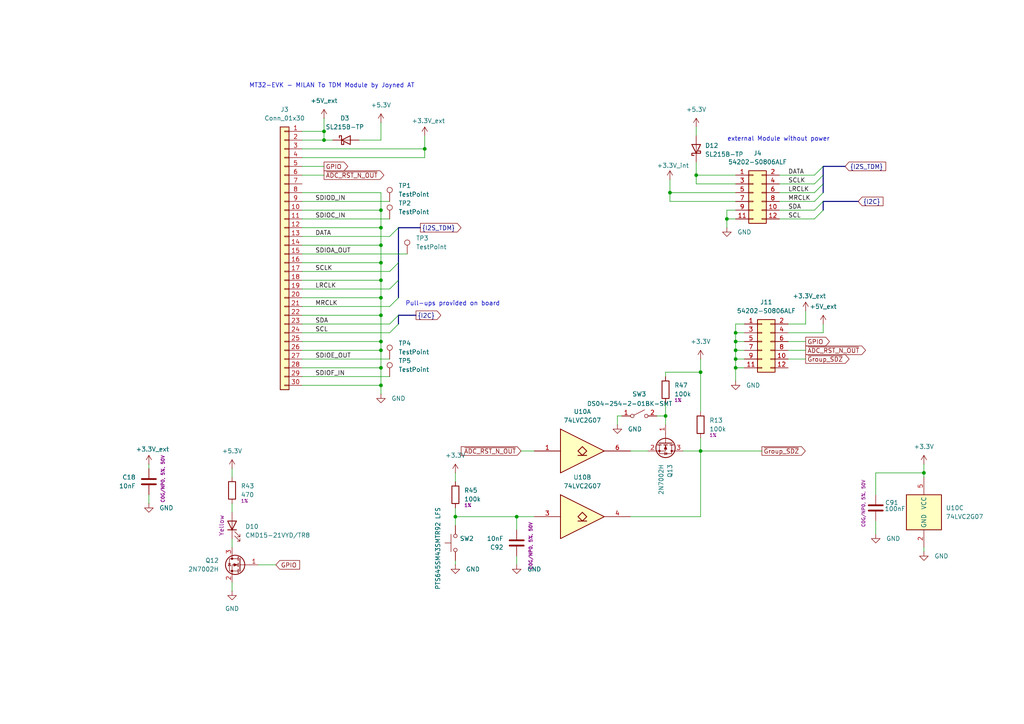
<source format=kicad_sch>
(kicad_sch (version 20250114) (generator "eeschema") (generator_version "9.0")
  (paper "A4")
  (title_block (title "Nathophone Driver Board") (date "2025-10-13") (rev "DRAFT") (company "Juventus Technikerschule HF"))
  (lib_symbols
    (symbol "74xGxx:74LVC2G07"
      (property "Reference" "U" (at 0 7.62 0))
      (property "Value" "74LVC2G07" (at 2.54 -7.62 0))
      (symbol "74LVC2G07_1_1"
        (polyline (pts (xy -7.62 6.35) (xy -7.62 -6.35) (xy 5.08 0) (xy -7.62 6.35)) (stroke (width 0.254)) (fill (type background)))
        (polyline (pts (xy -2.54 -1.27) (xy 0 -1.27)) (stroke (width 0.254)) (fill (type background)))
        (polyline (pts (xy -1.27 1.27) (xy -2.54 0) (xy -1.27 -1.27) (xy 0 0) (xy -1.27 1.27)) (stroke (width 0.254)) (fill (type background)))
        (pin input line (at -15.24 0 0) (length 7.62) (name "~") (number "1"))
        (pin open_collector line (at 12.7 0 180) (length 7.62) (name "~") (number "6"))
      )
      (symbol "74LVC2G07_2_1"
        (polyline (pts (xy -7.62 6.35) (xy -7.62 -6.35) (xy 5.08 0) (xy -7.62 6.35)) (stroke (width 0.254)) (fill (type background)))
        (polyline (pts (xy -2.54 -1.27) (xy 0 -1.27)) (stroke (width 0.254)) (fill (type background)))
        (polyline (pts (xy -1.27 1.27) (xy -2.54 0) (xy -1.27 -1.27) (xy 0 0) (xy -1.27 1.27)) (stroke (width 0.254)) (fill (type background)))
        (pin input line (at -15.24 0 0) (length 7.62) (name "~") (number "3"))
        (pin open_collector line (at 12.7 0 180) (length 7.62) (name "~") (number "4"))
      )
      (symbol "74LVC2G07_3_0"
        (rectangle (start -5.08 -5.08) (end 5.08 5.08) (stroke (width 0.254)) (fill (type background)))
      )
      (symbol "74LVC2G07_3_1"
        (pin power_in line (at 0 10.16 270) (length 5.08) (name "VCC") (number "5"))
        (pin power_in line (at 0 -10.16 90) (length 5.08) (name "GND") (number "2"))
      )
    )
    (symbol "Connector:TestPoint" (pin_numbers (hide yes)) (pin_names (offset 0.762) (hide yes))
      (property "Reference" "TP" (at 0 6.858 0))
      (property "Value" "TestPoint" (at 0 5.08 0))
      (symbol "TestPoint_0_1"
        (circle (center 0 3.302) (radius 0.762))
      )
      (symbol "TestPoint_1_1"
        (pin passive line (at 0 0 90) (length 2.54) (name "1") (number "1"))
      )
    )
    (symbol "Connector_Generic:Conn_01x30" (pin_names (offset 1.016) (hide yes))
      (property "Reference" "J" (at 0 38.1 0))
      (property "Value" "Conn_01x30" (at 0 -40.64 0))
      (symbol "Conn_01x30_1_1"
        (rectangle (start -1.27 36.83) (end 1.27 -39.37) (stroke (width 0.254)) (fill (type background)))
        (rectangle (start -1.27 35.687) (end 0 35.433) (stroke (width 0.1524)))
        (rectangle (start -1.27 33.147) (end 0 32.893) (stroke (width 0.1524)))
        (rectangle (start -1.27 30.607) (end 0 30.353) (stroke (width 0.1524)))
        (rectangle (start -1.27 28.067) (end 0 27.813) (stroke (width 0.1524)))
        (rectangle (start -1.27 25.527) (end 0 25.273) (stroke (width 0.1524)))
        (rectangle (start -1.27 22.987) (end 0 22.733) (stroke (width 0.1524)))
        (rectangle (start -1.27 20.447) (end 0 20.193) (stroke (width 0.1524)))
        (rectangle (start -1.27 17.907) (end 0 17.653) (stroke (width 0.1524)))
        (rectangle (start -1.27 15.367) (end 0 15.113) (stroke (width 0.1524)))
        (rectangle (start -1.27 12.827) (end 0 12.573) (stroke (width 0.1524)))
        (rectangle (start -1.27 10.287) (end 0 10.033) (stroke (width 0.1524)))
        (rectangle (start -1.27 7.747) (end 0 7.493) (stroke (width 0.1524)))
        (rectangle (start -1.27 5.207) (end 0 4.953) (stroke (width 0.1524)))
        (rectangle (start -1.27 2.667) (end 0 2.413) (stroke (width 0.1524)))
        (rectangle (start -1.27 0.127) (end 0 -0.127) (stroke (width 0.1524)))
        (rectangle (start -1.27 -2.413) (end 0 -2.667) (stroke (width 0.1524)))
        (rectangle (start -1.27 -4.953) (end 0 -5.207) (stroke (width 0.1524)))
        (rectangle (start -1.27 -7.493) (end 0 -7.747) (stroke (width 0.1524)))
        (rectangle (start -1.27 -10.033) (end 0 -10.287) (stroke (width 0.1524)))
        (rectangle (start -1.27 -12.573) (end 0 -12.827) (stroke (width 0.1524)))
        (rectangle (start -1.27 -15.113) (end 0 -15.367) (stroke (width 0.1524)))
        (rectangle (start -1.27 -17.653) (end 0 -17.907) (stroke (width 0.1524)))
        (rectangle (start -1.27 -20.193) (end 0 -20.447) (stroke (width 0.1524)))
        (rectangle (start -1.27 -22.733) (end 0 -22.987) (stroke (width 0.1524)))
        (rectangle (start -1.27 -25.273) (end 0 -25.527) (stroke (width 0.1524)))
        (rectangle (start -1.27 -27.813) (end 0 -28.067) (stroke (width 0.1524)))
        (rectangle (start -1.27 -30.353) (end 0 -30.607) (stroke (width 0.1524)))
        (rectangle (start -1.27 -32.893) (end 0 -33.147) (stroke (width 0.1524)))
        (rectangle (start -1.27 -35.433) (end 0 -35.687) (stroke (width 0.1524)))
        (rectangle (start -1.27 -37.973) (end 0 -38.227) (stroke (width 0.1524)))
        (pin passive line (at -5.08 35.56 0) (length 3.81) (name "Pin_1") (number "1"))
        (pin passive line (at -5.08 33.02 0) (length 3.81) (name "Pin_2") (number "2"))
        (pin passive line (at -5.08 30.48 0) (length 3.81) (name "Pin_3") (number "3"))
        (pin passive line (at -5.08 27.94 0) (length 3.81) (name "Pin_4") (number "4"))
        (pin passive line (at -5.08 25.4 0) (length 3.81) (name "Pin_5") (number "5"))
        (pin passive line (at -5.08 22.86 0) (length 3.81) (name "Pin_6") (number "6"))
        (pin passive line (at -5.08 20.32 0) (length 3.81) (name "Pin_7") (number "7"))
        (pin passive line (at -5.08 17.78 0) (length 3.81) (name "Pin_8") (number "8"))
        (pin passive line (at -5.08 15.24 0) (length 3.81) (name "Pin_9") (number "9"))
        (pin passive line (at -5.08 12.7 0) (length 3.81) (name "Pin_10") (number "10"))
        (pin passive line (at -5.08 10.16 0) (length 3.81) (name "Pin_11") (number "11"))
        (pin passive line (at -5.08 7.62 0) (length 3.81) (name "Pin_12") (number "12"))
        (pin passive line (at -5.08 5.08 0) (length 3.81) (name "Pin_13") (number "13"))
        (pin passive line (at -5.08 2.54 0) (length 3.81) (name "Pin_14") (number "14"))
        (pin passive line (at -5.08 0 0) (length 3.81) (name "Pin_15") (number "15"))
        (pin passive line (at -5.08 -2.54 0) (length 3.81) (name "Pin_16") (number "16"))
        (pin passive line (at -5.08 -5.08 0) (length 3.81) (name "Pin_17") (number "17"))
        (pin passive line (at -5.08 -7.62 0) (length 3.81) (name "Pin_18") (number "18"))
        (pin passive line (at -5.08 -10.16 0) (length 3.81) (name "Pin_19") (number "19"))
        (pin passive line (at -5.08 -12.7 0) (length 3.81) (name "Pin_20") (number "20"))
        (pin passive line (at -5.08 -15.24 0) (length 3.81) (name "Pin_21") (number "21"))
        (pin passive line (at -5.08 -17.78 0) (length 3.81) (name "Pin_22") (number "22"))
        (pin passive line (at -5.08 -20.32 0) (length 3.81) (name "Pin_23") (number "23"))
        (pin passive line (at -5.08 -22.86 0) (length 3.81) (name "Pin_24") (number "24"))
        (pin passive line (at -5.08 -25.4 0) (length 3.81) (name "Pin_25") (number "25"))
        (pin passive line (at -5.08 -27.94 0) (length 3.81) (name "Pin_26") (number "26"))
        (pin passive line (at -5.08 -30.48 0) (length 3.81) (name "Pin_27") (number "27"))
        (pin passive line (at -5.08 -33.02 0) (length 3.81) (name "Pin_28") (number "28"))
        (pin passive line (at -5.08 -35.56 0) (length 3.81) (name "Pin_29") (number "29"))
        (pin passive line (at -5.08 -38.1 0) (length 3.81) (name "Pin_30") (number "30"))
      )
    )
    (symbol "Connector_Generic:Conn_02x06_Odd_Even" (pin_names (offset 1.016) (hide yes))
      (property "Reference" "J" (at 1.27 7.62 0))
      (property "Value" "Conn_02x06_Odd_Even" (at 1.27 -10.16 0))
      (symbol "Conn_02x06_Odd_Even_1_1"
        (rectangle (start -1.27 6.35) (end 3.81 -8.89) (stroke (width 0.254)) (fill (type background)))
        (rectangle (start -1.27 5.207) (end 0 4.953) (stroke (width 0.1524)))
        (rectangle (start -1.27 2.667) (end 0 2.413) (stroke (width 0.1524)))
        (rectangle (start -1.27 0.127) (end 0 -0.127) (stroke (width 0.1524)))
        (rectangle (start -1.27 -2.413) (end 0 -2.667) (stroke (width 0.1524)))
        (rectangle (start -1.27 -4.953) (end 0 -5.207) (stroke (width 0.1524)))
        (rectangle (start -1.27 -7.493) (end 0 -7.747) (stroke (width 0.1524)))
        (rectangle (start 3.81 5.207) (end 2.54 4.953) (stroke (width 0.1524)))
        (rectangle (start 3.81 2.667) (end 2.54 2.413) (stroke (width 0.1524)))
        (rectangle (start 3.81 0.127) (end 2.54 -0.127) (stroke (width 0.1524)))
        (rectangle (start 3.81 -2.413) (end 2.54 -2.667) (stroke (width 0.1524)))
        (rectangle (start 3.81 -4.953) (end 2.54 -5.207) (stroke (width 0.1524)))
        (rectangle (start 3.81 -7.493) (end 2.54 -7.747) (stroke (width 0.1524)))
        (pin passive line (at -5.08 5.08 0) (length 3.81) (name "Pin_1") (number "1"))
        (pin passive line (at -5.08 2.54 0) (length 3.81) (name "Pin_3") (number "3"))
        (pin passive line (at -5.08 0 0) (length 3.81) (name "Pin_5") (number "5"))
        (pin passive line (at -5.08 -2.54 0) (length 3.81) (name "Pin_7") (number "7"))
        (pin passive line (at -5.08 -5.08 0) (length 3.81) (name "Pin_9") (number "9"))
        (pin passive line (at -5.08 -7.62 0) (length 3.81) (name "Pin_11") (number "11"))
        (pin passive line (at 7.62 5.08 180) (length 3.81) (name "Pin_2") (number "2"))
        (pin passive line (at 7.62 2.54 180) (length 3.81) (name "Pin_4") (number "4"))
        (pin passive line (at 7.62 0 180) (length 3.81) (name "Pin_6") (number "6"))
        (pin passive line (at 7.62 -2.54 180) (length 3.81) (name "Pin_8") (number "8"))
        (pin passive line (at 7.62 -5.08 180) (length 3.81) (name "Pin_10") (number "10"))
        (pin passive line (at 7.62 -7.62 180) (length 3.81) (name "Pin_12") (number "12"))
      )
    )
    (symbol "Device:C" (pin_numbers (hide yes)) (pin_names (offset 0.254))
      (property "Reference" "C" (at 0.635 2.54 0))
      (property "Value" "C" (at 0.635 -2.54 0))
      (symbol "C_0_1"
        (polyline (pts (xy -2.032 0.762) (xy 2.032 0.762)) (stroke (width 0.508)))
        (polyline (pts (xy -2.032 -0.762) (xy 2.032 -0.762)) (stroke (width 0.508)))
      )
      (symbol "C_1_1"
        (pin passive line (at 0 3.81 270) (length 2.794) (name "~") (number "1"))
        (pin passive line (at 0 -3.81 90) (length 2.794) (name "~") (number "2"))
      )
    )
    (symbol "Device:LED" (pin_numbers (hide yes)) (pin_names (offset 1.016) (hide yes))
      (property "Reference" "D" (at 0 2.54 0))
      (property "Value" "LED" (at 0 -2.54 0))
      (symbol "LED_0_1"
        (polyline (pts (xy -3.048 -0.762) (xy -4.572 -2.286) (xy -3.81 -2.286) (xy -4.572 -2.286) (xy -4.572 -1.524)))
        (polyline (pts (xy -1.778 -0.762) (xy -3.302 -2.286) (xy -2.54 -2.286) (xy -3.302 -2.286) (xy -3.302 -1.524)))
        (polyline (pts (xy -1.27 0) (xy 1.27 0)))
        (polyline (pts (xy -1.27 -1.27) (xy -1.27 1.27)) (stroke (width 0.254)))
        (polyline (pts (xy 1.27 -1.27) (xy 1.27 1.27) (xy -1.27 0) (xy 1.27 -1.27)) (stroke (width 0.254)))
      )
      (symbol "LED_1_1"
        (pin passive line (at -3.81 0 0) (length 2.54) (name "K") (number "1"))
        (pin passive line (at 3.81 0 180) (length 2.54) (name "A") (number "2"))
      )
    )
    (symbol "Device:R" (pin_numbers (hide yes)) (pin_names (offset 0))
      (property "Reference" "R" (at 2.032 0 90))
      (property "Value" "R" (at 0 0 90))
      (symbol "R_0_1"
        (rectangle (start -1.016 -2.54) (end 1.016 2.54) (stroke (width 0.254)))
      )
      (symbol "R_1_1"
        (pin passive line (at 0 3.81 270) (length 1.27) (name "~") (number "1"))
        (pin passive line (at 0 -3.81 90) (length 1.27) (name "~") (number "2"))
      )
    )
    (symbol "Diode:B220" (pin_numbers (hide yes)) (pin_names (offset 1.016) (hide yes))
      (property "Reference" "D" (at 0 2.54 0))
      (property "Value" "B220" (at 0 -2.54 0))
      (symbol "B220_0_1"
        (polyline (pts (xy -1.905 0.635) (xy -1.905 1.27) (xy -1.27 1.27) (xy -1.27 -1.27) (xy -0.635 -1.27) (xy -0.635 -0.635)) (stroke (width 0.254)))
        (polyline (pts (xy 1.27 1.27) (xy 1.27 -1.27) (xy -1.27 0) (xy 1.27 1.27)) (stroke (width 0.254)))
        (polyline (pts (xy 1.27 0) (xy -1.27 0)))
      )
      (symbol "B220_1_1"
        (pin passive line (at -3.81 0 0) (length 2.54) (name "K") (number "1"))
        (pin passive line (at 3.81 0 180) (length 2.54) (name "A") (number "2"))
      )
    )
    (symbol "Switch:SW_Push" (pin_numbers (hide yes)) (pin_names (offset 1.016) (hide yes))
      (property "Reference" "SW" (at 1.27 2.54 0))
      (property "Value" "SW_Push" (at 0 -1.524 0))
      (symbol "SW_Push_0_1"
        (circle (center -2.032 0) (radius 0.508))
        (polyline (pts (xy 0 1.27) (xy 0 3.048)))
        (circle (center 2.032 0) (radius 0.508))
        (polyline (pts (xy 2.54 1.27) (xy -2.54 1.27)))
        (pin passive line (at -5.08 0 0) (length 2.54) (name "1") (number "1"))
        (pin passive line (at 5.08 0 180) (length 2.54) (name "2") (number "2"))
      )
    )
    (symbol "Switch:SW_SPST" (pin_names (offset 0) (hide yes))
      (property "Reference" "SW" (at 0 3.175 0))
      (property "Value" "SW_SPST" (at 0 -2.54 0))
      (symbol "SW_SPST_0_0"
        (circle (center -2.032 0) (radius 0.508))
        (polyline (pts (xy -1.524 0.254) (xy 1.524 1.778)))
        (circle (center 2.032 0) (radius 0.508))
      )
      (symbol "SW_SPST_1_1"
        (pin passive line (at -5.08 0 0) (length 2.54) (name "A") (number "1"))
        (pin passive line (at 5.08 0 180) (length 2.54) (name "B") (number "2"))
      )
    )
    (symbol "Transistor_FET:2N7002H" (pin_names (offset 0) (hide yes))
      (property "Reference" "Q" (at 5.08 1.905 0))
      (property "Value" "2N7002H" (at 5.08 0 0))
      (symbol "2N7002H_0_1"
        (polyline (pts (xy 0.254 1.905) (xy 0.254 -1.905)) (stroke (width 0.254)))
        (polyline (pts (xy 0.254 0) (xy -2.54 0)))
        (polyline (pts (xy 0.762 2.286) (xy 0.762 1.27)) (stroke (width 0.254)))
        (polyline (pts (xy 0.762 0.508) (xy 0.762 -0.508)) (stroke (width 0.254)))
        (polyline (pts (xy 0.762 -1.27) (xy 0.762 -2.286)) (stroke (width 0.254)))
        (polyline (pts (xy 0.762 -1.778) (xy 3.302 -1.778) (xy 3.302 1.778) (xy 0.762 1.778)))
        (polyline (pts (xy 1.016 0) (xy 2.032 0.381) (xy 2.032 -0.381) (xy 1.016 0)) (fill (type outline)))
        (circle (center 1.651 0) (radius 2.794) (stroke (width 0.254)))
        (polyline (pts (xy 2.54 2.54) (xy 2.54 1.778)))
        (circle (center 2.54 1.778) (radius 0.254) (fill (type outline)))
        (circle (center 2.54 -1.778) (radius 0.254) (fill (type outline)))
        (polyline (pts (xy 2.54 -2.54) (xy 2.54 0) (xy 0.762 0)))
        (polyline (pts (xy 2.921 0.381) (xy 3.683 0.381)))
        (polyline (pts (xy 3.302 0.381) (xy 2.921 -0.254) (xy 3.683 -0.254) (xy 3.302 0.381)))
      )
      (symbol "2N7002H_1_1"
        (pin input line (at -5.08 0 0) (length 2.54) (name "G") (number "1"))
        (pin passive line (at 2.54 5.08 270) (length 2.54) (name "D") (number "3"))
        (pin passive line (at 2.54 -5.08 90) (length 2.54) (name "S") (number "2"))
      )
    )
    (symbol "power:+3.3V" (power) (pin_numbers (hide yes)) (pin_names (offset 0) (hide yes))
      (property "Value" "+3.3V" (at 0 3.556 0))
      (symbol "+3.3V_0_1"
        (polyline (pts (xy -0.762 1.27) (xy 0 2.54)))
        (polyline (pts (xy 0 2.54) (xy 0.762 1.27)))
        (polyline (pts (xy 0 0) (xy 0 2.54)))
      )
      (symbol "+3.3V_1_1"
        (pin power_in line (at 0 0 90) (length 0) (name "~") (number "1"))
      )
    )
    (symbol "power:+5V" (power) (pin_numbers (hide yes)) (pin_names (offset 0) (hide yes))
      (property "Value" "+5V" (at 0 3.556 0))
      (symbol "+5V_0_1"
        (polyline (pts (xy -0.762 1.27) (xy 0 2.54)))
        (polyline (pts (xy 0 2.54) (xy 0.762 1.27)))
        (polyline (pts (xy 0 0) (xy 0 2.54)))
      )
      (symbol "+5V_1_1"
        (pin power_in line (at 0 0 90) (length 0) (name "~") (number "1"))
      )
    )
    (symbol "power:GND" (power) (pin_numbers (hide yes)) (pin_names (offset 0) (hide yes))
      (property "Value" "GND" (at 0 -3.81 0))
      (symbol "GND_0_1"
        (polyline (pts (xy 0 0) (xy 0 -1.27) (xy 1.27 -1.27) (xy 0 -2.54) (xy -1.27 -1.27) (xy 0 -1.27)))
      )
      (symbol "GND_1_1"
        (pin power_in line (at 0 0 270) (length 0) (name "~") (number "1"))
      )
    )
  )
  (bus_alias "DRV_FAULTS" (members))
  (text "MT32-EVK - MILAN To TDM Module by Joyned AT" (at 96.266 24.892 0) (effects (font (size 1.27 1.27))))
  (text "external Module without power" (at 225.806 40.386 0) (effects (font (size 1.27 1.27))))
  (text "Pull-ups provided on board\n" (at 131.318 88.138 0) (effects (font (size 1.27 1.27))))
  (junction (at 110.49 81.28))
  (junction (at 194.31 55.88))
  (junction (at 110.49 101.6))
  (junction (at 213.36 106.68))
  (junction (at 267.97 137.16))
  (junction (at 110.49 66.04))
  (junction (at 149.86 149.86))
  (junction (at 110.49 111.76))
  (junction (at 201.93 50.8))
  (junction (at 110.49 99.06))
  (junction (at 132.08 149.86))
  (junction (at 93.98 38.1))
  (junction (at 213.36 104.14))
  (junction (at 203.2 107.95))
  (junction (at 193.04 120.65))
  (junction (at 93.98 40.64))
  (junction (at 213.36 99.06))
  (junction (at 110.49 86.36))
  (junction (at 213.36 101.6))
  (junction (at 110.49 71.12))
  (junction (at 110.49 106.68))
  (junction (at 110.49 60.96))
  (junction (at 203.2 130.81))
  (junction (at 210.82 63.5))
  (junction (at 213.36 96.52))
  (junction (at 123.19 43.18))
  (junction (at 110.49 76.2))
  (junction (at 110.49 91.44))
  (bus_entry (at 238.76 55.88) (size -2.54 2.54))
  (bus_entry (at 115.57 66.04) (size -2.54 2.54))
  (bus_entry (at 238.76 48.26) (size -2.54 2.54))
  (bus_entry (at 238.76 58.42) (size -2.54 2.54))
  (bus_entry (at 115.57 81.28) (size -2.54 2.54))
  (bus_entry (at 238.76 60.96) (size -2.54 2.54))
  (bus_entry (at 115.57 76.2) (size -2.54 2.54))
  (bus_entry (at 115.57 91.44) (size -2.54 2.54))
  (bus_entry (at 238.76 50.8) (size -2.54 2.54))
  (bus_entry (at 238.76 53.34) (size -2.54 2.54))
  (bus_entry (at 115.57 93.98) (size -2.54 2.54))
  (bus_entry (at 115.57 86.36) (size -2.54 2.54))
  (wire (pts (xy 87.63 58.42) (xy 113.03 58.42)))
  (wire (pts (xy 203.2 107.95) (xy 203.2 119.38)))
  (wire (pts (xy 87.63 55.88) (xy 110.49 55.88)))
  (bus (pts (xy 115.57 81.28) (xy 115.57 86.36)))
  (wire (pts (xy 87.63 78.74) (xy 113.03 78.74)))
  (wire (pts (xy 67.31 135.89) (xy 67.31 138.43)))
  (bus (pts (xy 238.76 50.8) (xy 238.76 53.34)))
  (wire (pts (xy 93.98 40.64) (xy 96.52 40.64)))
  (wire (pts (xy 87.63 60.96) (xy 110.49 60.96)))
  (wire (pts (xy 87.63 43.18) (xy 123.19 43.18)))
  (wire (pts (xy 213.36 99.06) (xy 213.36 96.52)))
  (wire (pts (xy 203.2 104.14) (xy 203.2 107.95)))
  (wire (pts (xy 87.63 101.6) (xy 110.49 101.6)))
  (wire (pts (xy 210.82 63.5) (xy 210.82 66.04)))
  (wire (pts (xy 110.49 111.76) (xy 110.49 106.68)))
  (wire (pts (xy 149.86 149.86) (xy 132.08 149.86)))
  (wire (pts (xy 213.36 99.06) (xy 215.9 99.06)))
  (wire (pts (xy 149.86 153.67) (xy 149.86 149.86)))
  (wire (pts (xy 233.68 90.17) (xy 233.68 93.98)))
  (wire (pts (xy 203.2 127) (xy 203.2 130.81)))
  (wire (pts (xy 132.08 149.86) (xy 132.08 152.4)))
  (bus (pts (xy 115.57 66.04) (xy 121.92 66.04)))
  (wire (pts (xy 213.36 106.68) (xy 213.36 104.14)))
  (wire (pts (xy 87.63 76.2) (xy 110.49 76.2)))
  (wire (pts (xy 228.6 101.6) (xy 233.68 101.6)))
  (wire (pts (xy 213.36 104.14) (xy 215.9 104.14)))
  (wire (pts (xy 110.49 55.88) (xy 110.49 60.96)))
  (wire (pts (xy 238.76 96.52) (xy 238.76 93.98)))
  (wire (pts (xy 87.63 93.98) (xy 113.03 93.98)))
  (wire (pts (xy 194.31 55.88) (xy 213.36 55.88)))
  (bus (pts (xy 238.76 58.42) (xy 238.76 60.96)))
  (wire (pts (xy 254 143.51) (xy 254 137.16)))
  (bus (pts (xy 115.57 91.44) (xy 115.57 93.98)))
  (wire (pts (xy 87.63 40.64) (xy 93.98 40.64)))
  (wire (pts (xy 213.36 110.49) (xy 213.36 106.68)))
  (wire (pts (xy 213.36 96.52) (xy 215.9 96.52)))
  (wire (pts (xy 151.13 130.81) (xy 154.94 130.81)))
  (wire (pts (xy 110.49 114.3) (xy 110.49 111.76)))
  (wire (pts (xy 87.63 38.1) (xy 93.98 38.1)))
  (wire (pts (xy 226.06 50.8) (xy 236.22 50.8)))
  (wire (pts (xy 110.49 35.56) (xy 110.49 40.64)))
  (wire (pts (xy 87.63 66.04) (xy 110.49 66.04)))
  (wire (pts (xy 210.82 60.96) (xy 210.82 63.5)))
  (wire (pts (xy 87.63 83.82) (xy 113.03 83.82)))
  (wire (pts (xy 233.68 93.98) (xy 228.6 93.98)))
  (bus (pts (xy 115.57 66.04) (xy 115.57 76.2)))
  (wire (pts (xy 201.93 46.99) (xy 201.93 50.8)))
  (wire (pts (xy 93.98 40.64) (xy 93.98 38.1)))
  (wire (pts (xy 110.49 99.06) (xy 110.49 91.44)))
  (bus (pts (xy 245.11 48.26) (xy 238.76 48.26)))
  (wire (pts (xy 110.49 66.04) (xy 110.49 71.12)))
  (wire (pts (xy 43.18 135.89) (xy 43.18 134.62)))
  (wire (pts (xy 93.98 34.29) (xy 93.98 38.1)))
  (wire (pts (xy 87.63 63.5) (xy 113.03 63.5)))
  (wire (pts (xy 182.88 130.81) (xy 187.96 130.81)))
  (wire (pts (xy 110.49 101.6) (xy 110.49 99.06)))
  (wire (pts (xy 110.49 81.28) (xy 110.49 76.2)))
  (wire (pts (xy 87.63 111.76) (xy 110.49 111.76)))
  (wire (pts (xy 228.6 104.14) (xy 233.68 104.14)))
  (wire (pts (xy 228.6 96.52) (xy 238.76 96.52)))
  (wire (pts (xy 226.06 60.96) (xy 236.22 60.96)))
  (bus (pts (xy 115.57 76.2) (xy 115.57 81.28)))
  (wire (pts (xy 87.63 81.28) (xy 110.49 81.28)))
  (wire (pts (xy 201.93 36.83) (xy 201.93 39.37)))
  (wire (pts (xy 180.34 120.65) (xy 179.07 120.65)))
  (wire (pts (xy 190.5 120.65) (xy 193.04 120.65)))
  (wire (pts (xy 67.31 156.21) (xy 67.31 158.75)))
  (wire (pts (xy 87.63 73.66) (xy 118.11 73.66)))
  (wire (pts (xy 132.08 137.16) (xy 132.08 139.7)))
  (wire (pts (xy 132.08 162.56) (xy 132.08 163.83)))
  (wire (pts (xy 87.63 109.22) (xy 113.03 109.22)))
  (wire (pts (xy 203.2 130.81) (xy 220.98 130.81)))
  (wire (pts (xy 110.49 71.12) (xy 110.49 76.2)))
  (wire (pts (xy 194.31 52.07) (xy 194.31 55.88)))
  (wire (pts (xy 198.12 130.81) (xy 203.2 130.81)))
  (wire (pts (xy 194.31 58.42) (xy 213.36 58.42)))
  (wire (pts (xy 193.04 109.22) (xy 193.04 107.95)))
  (wire (pts (xy 87.63 68.58) (xy 113.03 68.58)))
  (wire (pts (xy 74.93 163.83) (xy 80.01 163.83)))
  (wire (pts (xy 213.36 104.14) (xy 213.36 101.6)))
  (bus (pts (xy 238.76 48.26) (xy 238.76 50.8)))
  (wire (pts (xy 201.93 50.8) (xy 213.36 50.8)))
  (wire (pts (xy 213.36 106.68) (xy 215.9 106.68)))
  (wire (pts (xy 182.88 149.86) (xy 203.2 149.86)))
  (wire (pts (xy 110.49 40.64) (xy 104.14 40.64)))
  (bus (pts (xy 238.76 53.34) (xy 238.76 55.88)))
  (wire (pts (xy 226.06 53.34) (xy 236.22 53.34)))
  (bus (pts (xy 248.92 58.42) (xy 238.76 58.42)))
  (wire (pts (xy 87.63 96.52) (xy 113.03 96.52)))
  (wire (pts (xy 254 151.13) (xy 254 154.94)))
  (wire (pts (xy 226.06 58.42) (xy 236.22 58.42)))
  (wire (pts (xy 193.04 107.95) (xy 203.2 107.95)))
  (wire (pts (xy 132.08 147.32) (xy 132.08 149.86)))
  (wire (pts (xy 87.63 99.06) (xy 110.49 99.06)))
  (wire (pts (xy 179.07 120.65) (xy 179.07 123.19)))
  (wire (pts (xy 201.93 53.34) (xy 201.93 50.8)))
  (wire (pts (xy 203.2 149.86) (xy 203.2 130.81)))
  (wire (pts (xy 226.06 63.5) (xy 236.22 63.5)))
  (wire (pts (xy 213.36 53.34) (xy 201.93 53.34)))
  (wire (pts (xy 210.82 60.96) (xy 213.36 60.96)))
  (wire (pts (xy 267.97 158.75) (xy 267.97 160.02)))
  (wire (pts (xy 193.04 120.65) (xy 193.04 123.19)))
  (wire (pts (xy 194.31 55.88) (xy 194.31 58.42)))
  (wire (pts (xy 110.49 106.68) (xy 110.49 101.6)))
  (wire (pts (xy 110.49 86.36) (xy 110.49 81.28)))
  (wire (pts (xy 87.63 71.12) (xy 110.49 71.12)))
  (wire (pts (xy 87.63 104.14) (xy 113.03 104.14)))
  (wire (pts (xy 43.18 143.51) (xy 43.18 146.05)))
  (wire (pts (xy 67.31 146.05) (xy 67.31 148.59)))
  (wire (pts (xy 213.36 96.52) (xy 213.36 93.98)))
  (wire (pts (xy 149.86 149.86) (xy 154.94 149.86)))
  (wire (pts (xy 110.49 91.44) (xy 110.49 86.36)))
  (wire (pts (xy 87.63 106.68) (xy 110.49 106.68)))
  (wire (pts (xy 267.97 134.62) (xy 267.97 137.16)))
  (wire (pts (xy 87.63 50.8) (xy 93.98 50.8)))
  (wire (pts (xy 213.36 101.6) (xy 213.36 99.06)))
  (wire (pts (xy 87.63 91.44) (xy 110.49 91.44)))
  (wire (pts (xy 110.49 60.96) (xy 110.49 66.04)))
  (wire (pts (xy 267.97 137.16) (xy 267.97 138.43)))
  (wire (pts (xy 228.6 99.06) (xy 233.68 99.06)))
  (wire (pts (xy 193.04 116.84) (xy 193.04 120.65)))
  (wire (pts (xy 123.19 45.72) (xy 123.19 43.18)))
  (wire (pts (xy 87.63 86.36) (xy 110.49 86.36)))
  (wire (pts (xy 123.19 39.37) (xy 123.19 43.18)))
  (wire (pts (xy 226.06 55.88) (xy 236.22 55.88)))
  (wire (pts (xy 87.63 88.9) (xy 113.03 88.9)))
  (wire (pts (xy 67.31 168.91) (xy 67.31 171.45)))
  (wire (pts (xy 213.36 101.6) (xy 215.9 101.6)))
  (bus (pts (xy 120.65 91.44) (xy 115.57 91.44)))
  (wire (pts (xy 213.36 93.98) (xy 215.9 93.98)))
  (wire (pts (xy 87.63 45.72) (xy 123.19 45.72)))
  (wire (pts (xy 87.63 48.26) (xy 93.98 48.26)))
  (wire (pts (xy 149.86 161.29) (xy 149.86 163.83)))
  (wire (pts (xy 254 137.16) (xy 267.97 137.16)))
  (wire (pts (xy 210.82 63.5) (xy 213.36 63.5)))
  (label "MRCLK" (at 91.44 88.9 0))
  (label "SDA" (at 91.44 93.98 0))
  (label "SDIOE_OUT" (at 91.44 104.14 0))
  (label "SCL" (at 228.6 63.5 0))
  (label "LRCLK" (at 91.44 83.82 0))
  (label "SDIOC_IN" (at 91.44 63.5 0))
  (label "DATA" (at 91.44 68.58 0))
  (label "SDIOA_OUT" (at 91.44 73.66 0))
  (label "SCL" (at 91.44 96.52 0))
  (label "LRCLK" (at 228.6 55.88 0))
  (label "SDIOD_IN" (at 91.44 58.42 0))
  (label "SDIOF_IN" (at 91.44 109.22 0))
  (label "MRCLK" (at 228.6 58.42 0))
  (label "SCLK" (at 91.44 78.74 0))
  (label "SDA" (at 228.6 60.96 0))
  (label "SCLK" (at 228.6 53.34 0))
  (label "DATA" (at 228.6 50.8 0))
  (global_label "~{ADC_RST_N_OUT}" (shape output) (at 93.98 50.8 0) (property "Intersheetrefs" "${INTERSHEET_REFS}" (effects (hide yes))))
  (global_label "{I2S_TDM}" (shape output) (at 121.92 66.04 0) (property "Intersheetrefs" "${INTERSHEET_REFS}" (effects (hide yes))))
  (global_label "~{ADC_RST_N_OUT}" (shape input) (at 151.13 130.81 180) (property "Intersheetrefs" "${INTERSHEET_REFS}" (effects (hide yes))))
  (global_label "{I2C}" (shape input) (at 248.92 58.42 0) (property "Intersheetrefs" "${INTERSHEET_REFS}" (effects (hide yes))))
  (global_label "~{Group_SDZ}" (shape output) (at 233.68 104.14 0) (property "Intersheetrefs" "${INTERSHEET_REFS}" (effects (hide yes))))
  (global_label "GPIO" (shape output) (at 233.68 99.06 0) (property "Intersheetrefs" "${INTERSHEET_REFS}" (effects (hide yes))))
  (global_label "{I2C}" (shape output) (at 120.65 91.44 0) (property "Intersheetrefs" "${INTERSHEET_REFS}" (effects (hide yes))))
  (global_label "~{ADC_RST_N_OUT}" (shape output) (at 233.68 101.6 0) (property "Intersheetrefs" "${INTERSHEET_REFS}" (effects (hide yes))))
  (global_label "~{Group_SDZ}" (shape output) (at 220.98 130.81 0) (property "Intersheetrefs" "${INTERSHEET_REFS}" (effects (hide yes))))
  (global_label "GPIO" (shape output) (at 93.98 48.26 0) (property "Intersheetrefs" "${INTERSHEET_REFS}" (effects (hide yes))))
  (global_label "{I2S_TDM}" (shape input) (at 245.11 48.26 0) (property "Intersheetrefs" "${INTERSHEET_REFS}" (effects (hide yes))))
  (global_label "GPIO" (shape input) (at 80.01 163.83 0) (property "Intersheetrefs" "${INTERSHEET_REFS}" (effects (hide yes))))
  (symbol (lib_id "Switch:SW_SPST") (at 185.42 120.65 0) (unit 1)
    (property "Reference" "SW3" (at 185.42 114.3 0))
    (property "Value" "DS04-254-2-01BK-SMT" (at 182.626 117.094 0))
    (property "Footprint" "symbols_footprints:SW_DS04-254-2-01BK-SMT" (effects (hide yes)))
    (property "Datasheet" "https://www.cuidevices.com/product/resource/ds04-254-smt.pdf" (effects (hide yes)))
    (property "Description" "Single Pole Single Throw (SPST) switch" (effects (hide yes)))
    (property "DigiKey_PartNo" "2223-DS04-254-2-01BK-SMT-ND" (effects (hide yes)))
  )
  (symbol (lib_id "power:GND") (at 267.97 160.02 0) (unit 1)
    (property "Reference" "#PWR0145" (effects (hide yes)))
    (property "Value" "GND" (at 273.05 161.29 0))
    (property "Description" "Power symbol creates a global label with name \"GND\" , ground" (effects (hide yes)))
  )
  (symbol (lib_id "Connector:TestPoint") (at 113.03 104.14 0) (unit 1)
    (property "Reference" "TP4" (at 115.57 99.5679 0) (effects (justify left)))
    (property "Value" "TestPoint" (at 115.57 102.1079 0) (effects (justify left)))
    (property "Footprint" "TestPoint:TestPoint_Pad_D2.0mm" (effects (hide yes)))
    (property "Description" "test point" (effects (hide yes)))
  )
  (symbol (lib_id "Device:LED") (at 67.31 152.4 90) (unit 1)
    (property "Reference" "D10" (at 71.12 152.7174 90) (effects (justify right)))
    (property "Value" "CMD15-21VYD/TR8" (at 71.12 155.2574 90) (effects (justify right)))
    (property "Footprint" "LED_SMD:LED_1206_3216Metric" (effects (hide yes)))
    (property "Datasheet" "https://mm.digikey.com/Volume0/opasdata/d220001/medias/docus/4208/CMD15-21_Rev8.pdf" (effects (hide yes)))
    (property "Description" "Light emitting diode" (effects (hide yes)))
    (property "Sim.Pins" "1=K 2=A" (effects (hide yes)))
    (property "DigiKey_PartNo" "L62307TR-ND" (effects (hide yes)))
    (property "Key Info" "Yellow" (at 64.262 152.4 0))
  )
  (symbol (lib_id "power:+5V") (at 93.98 34.29 0) (unit 1)
    (property "Reference" "#PWR0133" (effects (hide yes)))
    (property "Value" "+5V_ext" (at 93.98 29.21 0))
    (property "Description" "Power symbol creates a global label with name \"+5V\"" (effects (hide yes)))
  )
  (symbol (lib_id "74xGxx:74LVC2G07") (at 170.18 130.81 0) (unit 1)
    (property "Reference" "U10" (at 168.91 119.38 0))
    (property "Value" "74LVC2G07" (at 168.91 121.92 0))
    (property "Footprint" "symbols_footprints:SOT65P210X110-6N" (effects (hide yes)))
    (property "Datasheet" "https://www.ti.com/lit/ds/sces308l/sces308l.pdf" (effects (hide yes)))
    (property "Description" "Dual Buffer, Open Drain, Low-Voltage CMOS" (effects (hide yes)))
    (property "DigiKey_PartNo" "296-13495-2-ND" (effects (hide yes)))
  )
  (symbol (lib_id "power:+3.3V") (at 123.19 39.37 0) (unit 1)
    (property "Reference" "#PWR048" (effects (hide yes)))
    (property "Value" "+3.3V_ext" (at 119.38 35.052 0) (effects (justify left)))
    (property "Description" "Power symbol creates a global label with name \"+3.3V\"" (effects (hide yes)))
  )
  (symbol (lib_id "power:+5V") (at 110.49 35.56 0) (unit 1)
    (property "Reference" "#PWR046" (effects (hide yes)))
    (property "Value" "+5.3V" (at 110.49 30.48 0))
    (property "Description" "Power symbol creates a global label with name \"+5V\"" (effects (hide yes)))
  )
  (symbol (lib_id "Device:C") (at 254 147.32 0) (unit 1)
    (property "Reference" "C91" (at 260.604 145.796 0) (effects (justify right)))
    (property "Value" "100nF" (at 262.636 147.574 0) (effects (justify right)))
    (property "Footprint" "Capacitor_SMD:C_1206_3216Metric" (effects (hide yes)))
    (property "Datasheet" "https://search.murata.co.jp/Ceramy/image/img/A01X/G101/ENG/GRM3195C1H104JA05-01A.pdf" (effects (hide yes)))
    (property "Description" "Unpolarized capacitor" (effects (hide yes)))
    (property "DigiKey_PartNo" "490-GRM3195C1H104JA05DTR-ND" (effects (hide yes)))
    (property "Key Info" "C0G/NP0, 5%, 50V" (at 250.444 152.908 90) (effects (font (size 0.9525 0.9525)) (justify left)))
  )
  (symbol (lib_id "power:GND") (at 110.49 114.3 0) (unit 1)
    (property "Reference" "#PWR047" (effects (hide yes)))
    (property "Value" "GND" (at 115.57 115.57 0))
    (property "Description" "Power symbol creates a global label with name \"GND\" , ground" (effects (hide yes)))
  )
  (symbol (lib_id "Connector_Generic:Conn_02x06_Odd_Even") (at 220.98 99.06 0) (unit 1)
    (property "Reference" "J11" (at 222.25 87.63 0))
    (property "Value" "54202-S0806ALF" (at 222.25 90.17 0))
    (property "Footprint" "Connector_PinHeader_2.54mm:PinHeader_2x06_P2.54mm_Vertical_SMD" (effects (hide yes)))
    (property "Datasheet" "https://mm.digikey.com/Volume0/opasdata/d220001/medias/docus/6257/bwb_bergstik.pdf" (effects (hide yes)))
    (property "Description" "Generic connector, double row, 02x06, odd/even pin numbering scheme (row 1 odd numbers, row 2 even numbers), script generated (kicad-library-utils/schlib/autogen/connector/)" (effects (hide yes)))
    (property "DigiKey_PartNo" "609-54202-S0806ALFTR-ND" (effects (hide yes)))
  )
  (symbol (lib_id "Connector_Generic:Conn_02x06_Odd_Even") (at 218.44 55.88 0) (unit 1)
    (property "Reference" "J4" (at 219.71 44.45 0))
    (property "Value" "54202-S0806ALF" (at 219.71 46.99 0))
    (property "Footprint" "Connector_PinHeader_2.54mm:PinHeader_2x06_P2.54mm_Vertical_SMD" (effects (hide yes)))
    (property "Datasheet" "https://mm.digikey.com/Volume0/opasdata/d220001/medias/docus/6257/bwb_bergstik.pdf" (effects (hide yes)))
    (property "Description" "Generic connector, double row, 02x06, odd/even pin numbering scheme (row 1 odd numbers, row 2 even numbers), script generated (kicad-library-utils/schlib/autogen/connector/)" (effects (hide yes)))
    (property "DigiKey_PartNo" "609-54202-S0806ALFTR-ND" (effects (hide yes)))
  )
  (symbol (lib_id "Connector_Generic:Conn_01x30") (at 82.55 73.66 0) (mirror y) (unit 1)
    (property "Reference" "J3" (at 82.55 31.75 0))
    (property "Value" "Conn_01x30" (at 82.55 34.29 0))
    (property "Footprint" "symbols_footprints:CON_525593072_MOL" (effects (hide yes)))
    (property "Datasheet" "https://www.molex.com/en-us/products/part-detail/525593072?display=pdf" (effects (hide yes)))
    (property "Description" "Generic connector, single row, 01x30, script generated (kicad-library-utils/schlib/autogen/connector/)" (effects (hide yes)))
    (property "DigiKey_PartNo" "900-0525593072TR-ND" (effects (hide yes)))
  )
  (symbol (lib_id "power:+3.3V") (at 43.18 134.62 0) (unit 1)
    (property "Reference" "#PWR044" (effects (hide yes)))
    (property "Value" "+3.3V_ext" (at 39.37 130.302 0) (effects (justify left)))
    (property "Description" "Power symbol creates a global label with name \"+3.3V\"" (effects (hide yes)))
  )
  (symbol (lib_id "Connector:TestPoint") (at 118.11 73.66 0) (unit 1)
    (property "Reference" "TP3" (at 120.65 69.0879 0) (effects (justify left)))
    (property "Value" "TestPoint" (at 120.65 71.6279 0) (effects (justify left)))
    (property "Footprint" "TestPoint:TestPoint_Pad_D2.0mm" (effects (hide yes)))
    (property "Description" "test point" (effects (hide yes)))
  )
  (symbol (lib_id "Device:C") (at 43.18 139.7 0) (mirror y) (unit 1)
    (property "Reference" "C18" (at 39.37 138.4299 0) (effects (justify left)))
    (property "Value" "10nF" (at 39.37 140.9699 0) (effects (justify left)))
    (property "Footprint" "Capacitor_SMD:C_0805_2012Metric" (effects (hide yes)))
    (property "Datasheet" "http://www.samsungsem.com/kr/support/product-search/mlcc/CL21C103JBF1PNE.jsp" (effects (hide yes)))
    (property "Description" "Unpolarized capacitor" (effects (hide yes)))
    (property "DigiKey_PartNo" "1276-6790-2-ND" (effects (hide yes)))
    (property "Key Info" "C0G/NP0, 5%, 50V" (at 47.244 145.796 90) (effects (font (size 0.9525 0.9525)) (justify left)))
  )
  (symbol (lib_id "Diode:B220") (at 201.93 43.18 90) (unit 1)
    (property "Reference" "D12" (at 204.47 42.2274 90) (effects (justify right)))
    (property "Value" "SL215B-TP" (at 204.47 44.7674 90) (effects (justify right)))
    (property "Footprint" "Diode_SMD:D_SMB" (effects (hide yes)))
    (property "Datasheet" "https://www.diodes.com/assets/Datasheets/B220_A-B260_A.pdf" (effects (hide yes)))
    (property "Description" "2 Amp  Low VF Schottky  Rectifier  15 Volts" (effects (hide yes)))
    (property "DigiKey_PartNo" "353-SL215B-TPTR-ND" (effects (hide yes)))
  )
  (symbol (lib_id "power:+3.3V") (at 233.68 90.17 0) (unit 1)
    (property "Reference" "#PWR0132" (effects (hide yes)))
    (property "Value" "+3.3V_ext" (at 229.87 85.852 0) (effects (justify left)))
    (property "Description" "Power symbol creates a global label with name \"+3.3V\"" (effects (hide yes)))
  )
  (symbol (lib_id "power:GND") (at 43.18 146.05 0) (unit 1)
    (property "Reference" "#PWR045" (effects (hide yes)))
    (property "Value" "GND" (at 48.26 147.32 0))
    (property "Description" "Power symbol creates a global label with name \"GND\" , ground" (effects (hide yes)))
  )
  (symbol (lib_id "Device:R") (at 67.31 142.24 0) (unit 1)
    (property "Reference" "R43" (at 69.85 140.9699 0) (effects (justify left)))
    (property "Value" "470" (at 69.85 143.5099 0) (effects (justify left)))
    (property "Footprint" "Resistor_SMD:R_0805_2012Metric" (effects (hide yes)))
    (property "Datasheet" "https://www.vishay.com/docs/20035/dcrcwe3.pdf" (effects (hide yes)))
    (property "Description" "Resistor" (effects (hide yes)))
    (property "DigiKey_PartNo" "541-470ATR-ND" (effects (hide yes)))
    (property "Key Info" "1%" (at 69.85 145.288 0) (effects (font (size 0.9525 0.9525)) (justify left)))
  )
  (symbol (lib_id "power:+3.3V") (at 194.31 52.07 0) (unit 1)
    (property "Reference" "#PWR049" (effects (hide yes)))
    (property "Value" "+3.3V_int" (at 190.5 48.006 0) (effects (justify left)))
    (property "Description" "Power symbol creates a global label with name \"+3.3V\"" (effects (hide yes)))
  )
  (symbol (lib_id "Connector:TestPoint") (at 113.03 63.5 0) (unit 1)
    (property "Reference" "TP2" (at 115.57 58.9279 0) (effects (justify left)))
    (property "Value" "TestPoint" (at 115.57 61.4679 0) (effects (justify left)))
    (property "Footprint" "TestPoint:TestPoint_Pad_D2.0mm" (effects (hide yes)))
    (property "Description" "test point" (effects (hide yes)))
  )
  (symbol (lib_id "Device:R") (at 193.04 113.03 0) (unit 1)
    (property "Reference" "R47" (at 195.58 111.7599 0) (effects (justify left)))
    (property "Value" "100k" (at 195.58 114.2999 0) (effects (justify left)))
    (property "Footprint" "Resistor_SMD:R_0805_2012Metric" (effects (hide yes)))
    (property "Datasheet" "https://www.vishay.com/docs/20035/dcrcwe3.pdf" (effects (hide yes)))
    (property "Description" "Resistor" (effects (hide yes)))
    (property "DigiKey_PartNo" "541-100KCTR-ND" (effects (hide yes)))
    (property "Key Info" "1%" (at 195.58 116.078 0) (effects (font (size 0.9525 0.9525)) (justify left)))
  )
  (symbol (lib_id "power:GND") (at 67.31 171.45 0) (unit 1)
    (property "Reference" "#PWR0130" (effects (hide yes)))
    (property "Value" "GND" (at 67.31 176.53 0))
    (property "Description" "Power symbol creates a global label with name \"GND\" , ground" (effects (hide yes)))
  )
  (symbol (lib_id "Transistor_FET:2N7002H") (at 193.04 128.27 270) (unit 1)
    (property "Reference" "Q13" (at 194.3101 134.62 0) (effects (justify left)))
    (property "Value" "2N7002H" (at 191.7701 134.62 0) (effects (justify left)))
    (property "Footprint" "Package_TO_SOT_SMD:SOT-23" (effects (hide yes)))
    (property "Datasheet" "http://www.diodes.com/assets/Datasheets/2N7002H.pdf" (effects (hide yes)))
    (property "Description" "0.21A Id, 60V Vds, N-Channel MOSFET, SOT-23" (effects (hide yes)))
    (property "DigiKey_PartNo" "2N7002H-7DITR-ND" (effects (hide yes)))
  )
  (symbol (lib_id "Device:R") (at 132.08 143.51 0) (unit 1)
    (property "Reference" "R45" (at 134.62 142.2399 0) (effects (justify left)))
    (property "Value" "100k" (at 134.62 144.7799 0) (effects (justify left)))
    (property "Footprint" "Resistor_SMD:R_0805_2012Metric" (effects (hide yes)))
    (property "Datasheet" "https://www.vishay.com/docs/20035/dcrcwe3.pdf" (effects (hide yes)))
    (property "Description" "Resistor" (effects (hide yes)))
    (property "DigiKey_PartNo" "541-100KCTR-ND" (effects (hide yes)))
    (property "Key Info" "1%" (at 134.62 146.558 0) (effects (font (size 0.9525 0.9525)) (justify left)))
  )
  (symbol (lib_id "Transistor_FET:2N7002H") (at 69.85 163.83 0) (mirror y) (unit 1)
    (property "Reference" "Q12" (at 63.5 162.5599 0) (effects (justify left)))
    (property "Value" "2N7002H" (at 63.5 165.0999 0) (effects (justify left)))
    (property "Footprint" "Package_TO_SOT_SMD:SOT-23" (effects (hide yes)))
    (property "Datasheet" "http://www.diodes.com/assets/Datasheets/2N7002H.pdf" (effects (hide yes)))
    (property "Description" "0.21A Id, 60V Vds, N-Channel MOSFET, SOT-23" (effects (hide yes)))
    (property "DigiKey_PartNo" "2N7002H-7DITR-ND" (effects (hide yes)))
  )
  (symbol (lib_id "power:+5V") (at 238.76 93.98 0) (unit 1)
    (property "Reference" "#PWR0134" (effects (hide yes)))
    (property "Value" "+5V_ext" (at 238.76 88.9 0))
    (property "Description" "Power symbol creates a global label with name \"+5V\"" (effects (hide yes)))
  )
  (symbol (lib_id "power:+3.3V") (at 267.97 134.62 0) (unit 1)
    (property "Reference" "#PWR0142" (effects (hide yes)))
    (property "Value" "+3.3V" (at 267.97 129.54 0))
    (property "Description" "Power symbol creates a global label with name \"+3.3V\"" (effects (hide yes)))
  )
  (symbol (lib_id "power:+3.3V") (at 132.08 137.16 0) (unit 1)
    (property "Reference" "#PWR0143" (effects (hide yes)))
    (property "Value" "+3.3V" (at 132.08 132.08 0))
    (property "Description" "Power symbol creates a global label with name \"+3.3V\"" (effects (hide yes)))
  )
  (symbol (lib_id "Connector:TestPoint") (at 113.03 109.22 0) (unit 1)
    (property "Reference" "TP5" (at 115.57 104.6479 0) (effects (justify left)))
    (property "Value" "TestPoint" (at 115.57 107.1879 0) (effects (justify left)))
    (property "Footprint" "TestPoint:TestPoint_Pad_D2.0mm" (effects (hide yes)))
    (property "Description" "test point" (effects (hide yes)))
  )
  (symbol (lib_id "Device:R") (at 203.2 123.19 0) (unit 1)
    (property "Reference" "R13" (at 205.74 121.9199 0) (effects (justify left)))
    (property "Value" "100k" (at 205.74 124.4599 0) (effects (justify left)))
    (property "Footprint" "Resistor_SMD:R_0805_2012Metric" (effects (hide yes)))
    (property "Datasheet" "https://www.vishay.com/docs/20035/dcrcwe3.pdf" (effects (hide yes)))
    (property "Description" "Resistor" (effects (hide yes)))
    (property "DigiKey_PartNo" "541-100KCTR-ND" (effects (hide yes)))
    (property "Key Info" "1%" (at 205.74 126.238 0) (effects (font (size 0.9525 0.9525)) (justify left)))
  )
  (symbol (lib_id "74xGxx:74LVC2G07") (at 267.97 148.59 0) (unit 3)
    (property "Reference" "U10" (at 274.32 147.3199 0) (effects (justify left)))
    (property "Value" "74LVC2G07" (at 274.32 149.8599 0) (effects (justify left)))
    (property "Footprint" "symbols_footprints:SOT65P210X110-6N" (effects (hide yes)))
    (property "Datasheet" "https://www.ti.com/lit/ds/sces308l/sces308l.pdf" (effects (hide yes)))
    (property "Description" "Dual Buffer, Open Drain, Low-Voltage CMOS" (effects (hide yes)))
    (property "DigiKey_PartNo" "296-13495-2-ND" (effects (hide yes)))
  )
  (symbol (lib_id "power:GND") (at 132.08 163.83 0) (unit 1)
    (property "Reference" "#PWR0147" (effects (hide yes)))
    (property "Value" "GND" (at 137.16 165.1 0))
    (property "Description" "Power symbol creates a global label with name \"GND\" , ground" (effects (hide yes)))
  )
  (symbol (lib_id "power:+3.3V") (at 203.2 104.14 0) (unit 1)
    (property "Reference" "#PWR0146" (effects (hide yes)))
    (property "Value" "+3.3V" (at 203.2 99.06 0))
    (property "Description" "Power symbol creates a global label with name \"+3.3V\"" (effects (hide yes)))
  )
  (symbol (lib_id "Switch:SW_Push") (at 132.08 157.48 90) (unit 1)
    (property "Reference" "SW2" (at 133.35 156.2099 90) (effects (justify right)))
    (property "Value" "PTS645SM43SMTR92 LFS" (at 127 147.066 0) (effects (justify right)))
    (property "Footprint" "Button_Switch_SMD:SW_SPST_PTS645Sx43SMTR92" (effects (hide yes)))
    (property "Datasheet" "https://www.ckswitches.com/media/1471/pts645.pdf" (effects (hide yes)))
    (property "Description" "Push button switch, generic, two pins" (effects (hide yes)))
    (property "DigiKey_PartNo" "CKN9112TR-ND" (effects (hide yes)))
  )
  (symbol (lib_id "power:GND") (at 179.07 123.19 0) (unit 1)
    (property "Reference" "#PWR0151" (effects (hide yes)))
    (property "Value" "GND" (at 184.15 124.46 0))
    (property "Description" "Power symbol creates a global label with name \"GND\" , ground" (effects (hide yes)))
  )
  (symbol (lib_id "power:+5V") (at 201.93 36.83 0) (unit 1)
    (property "Reference" "#PWR050" (effects (hide yes)))
    (property "Value" "+5.3V" (at 201.93 31.75 0))
    (property "Description" "Power symbol creates a global label with name \"+5V\"" (effects (hide yes)))
  )
  (symbol (lib_id "power:+5V") (at 67.31 135.89 0) (unit 1)
    (property "Reference" "#PWR0129" (effects (hide yes)))
    (property "Value" "+5.3V" (at 67.31 130.81 0))
    (property "Description" "Power symbol creates a global label with name \"+5V\"" (effects (hide yes)))
  )
  (symbol (lib_id "Diode:B220") (at 100.33 40.64 0) (unit 1)
    (property "Reference" "D3" (at 100.0125 34.29 0))
    (property "Value" "SL215B-TP" (at 100.0125 36.83 0))
    (property "Footprint" "Diode_SMD:D_SMB" (effects (hide yes)))
    (property "Datasheet" "https://www.diodes.com/assets/Datasheets/B220_A-B260_A.pdf" (effects (hide yes)))
    (property "Description" "2 Amp  Low VF Schottky  Rectifier  15 Volts" (effects (hide yes)))
    (property "DigiKey_PartNo" "353-SL215B-TPTR-ND" (effects (hide yes)))
  )
  (symbol (lib_id "power:GND") (at 254 154.94 0) (unit 1)
    (property "Reference" "#PWR0144" (effects (hide yes)))
    (property "Value" "GND" (at 259.08 156.21 0))
    (property "Description" "Power symbol creates a global label with name \"GND\" , ground" (effects (hide yes)))
  )
  (symbol (lib_id "74xGxx:74LVC2G07") (at 170.18 149.86 0) (unit 2)
    (property "Reference" "U10" (at 168.91 138.43 0))
    (property "Value" "74LVC2G07" (at 168.91 140.97 0))
    (property "Footprint" "symbols_footprints:SOT65P210X110-6N" (effects (hide yes)))
    (property "Datasheet" "https://www.ti.com/lit/ds/sces308l/sces308l.pdf" (effects (hide yes)))
    (property "Description" "Dual Buffer, Open Drain, Low-Voltage CMOS" (effects (hide yes)))
    (property "DigiKey_PartNo" "296-13495-2-ND" (effects (hide yes)))
  )
  (symbol (lib_id "power:GND") (at 210.82 66.04 0) (unit 1)
    (property "Reference" "#PWR051" (effects (hide yes)))
    (property "Value" "GND" (at 215.9 67.31 0))
    (property "Description" "Power symbol creates a global label with name \"GND\" , ground" (effects (hide yes)))
  )
  (symbol (lib_id "Connector:TestPoint") (at 113.03 58.42 0) (unit 1)
    (property "Reference" "TP1" (at 115.57 53.8479 0) (effects (justify left)))
    (property "Value" "TestPoint" (at 115.57 56.3879 0) (effects (justify left)))
    (property "Footprint" "TestPoint:TestPoint_Pad_D2.0mm" (effects (hide yes)))
    (property "Description" "test point" (effects (hide yes)))
  )
  (symbol (lib_id "power:GND") (at 213.36 110.49 0) (unit 1)
    (property "Reference" "#PWR0131" (effects (hide yes)))
    (property "Value" "GND" (at 218.44 111.76 0))
    (property "Description" "Power symbol creates a global label with name \"GND\" , ground" (effects (hide yes)))
  )
  (symbol (lib_id "Device:C") (at 149.86 157.48 180) (unit 1)
    (property "Reference" "C92" (at 146.05 158.7501 0) (effects (justify left)))
    (property "Value" "10nF" (at 146.05 156.2101 0) (effects (justify left)))
    (property "Footprint" "Capacitor_SMD:C_0805_2012Metric" (effects (hide yes)))
    (property "Datasheet" "http://www.samsungsem.com/kr/support/product-search/mlcc/CL21C103JBF1PNE.jsp" (effects (hide yes)))
    (property "Description" "Unpolarized capacitor" (effects (hide yes)))
    (property "DigiKey_PartNo" "1276-6790-2-ND" (effects (hide yes)))
    (property "Key Info" "C0G/NP0, 5%, 50V" (at 153.924 151.384 90) (effects (font (size 0.9525 0.9525)) (justify left)))
  )
  (symbol (lib_id "power:GND") (at 149.86 163.83 0) (unit 1)
    (property "Reference" "#PWR0148" (effects (hide yes)))
    (property "Value" "GND" (at 154.94 165.1 0))
    (property "Description" "Power symbol creates a global label with name \"GND\" , ground" (effects (hide yes)))
  )
)
</source>
